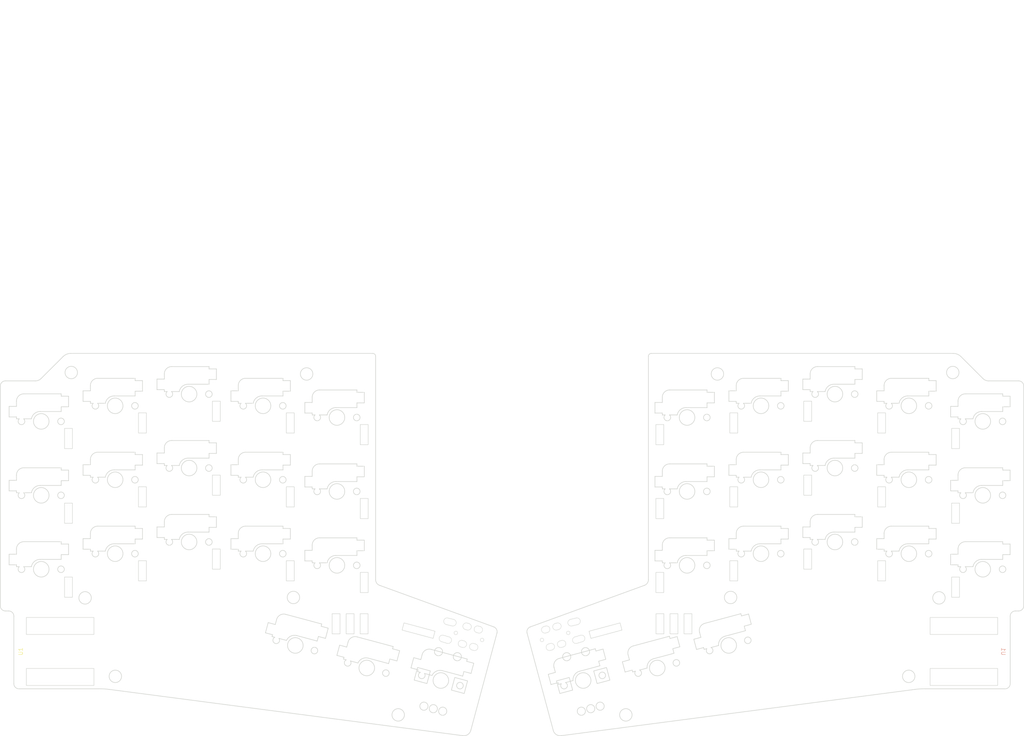
<source format=kicad_pcb>
(kicad_pcb (version 20221018) (generator pcbnew)
  (layers (0 "F.Cu" signal) (31 "B.Cu" signal) (34 "B.Paste" user) (35 "F.Paste" user) (36 "B.SilkS" user "B.Silkscreen") (37 "F.SilkS" user "F.Silkscreen") (38 "B.Mask" user) (39 "F.Mask" user) (44 "Edge.Cuts" user))
  (net 0 "")
  (net 1 "col2")
  (footprint "jw_custom_footprint:CherryMX_Hotswap_cutout_bottom" (layer "F.Cu") (at 47.316834 102.196322))
  (footprint "jw_custom_footprint:CherryMX_Hotswap_cutout_bottom" (layer "F.Cu") (at 47.316834 83.196722))
  (footprint "jw_custom_footprint:RotaryEncoder_Alps_EC11E-Switch_Vertical_H20mm_cutout_bottom" (layer "F.Cu") (at 131.01772 134.787834 165))
  (footprint "jw_custom_footprint:CherryMX_Hotswap_cutout_bottom" (layer "F.Cu") (at 232.2952 61.186362))
  (footprint "jw_custom_footprint:MountingHole_3.2mm_M3_cutout" (layer "F.Cu") (at 96.517661 56.008478))
  (footprint "jw_custom_footprint:Diode_SOD123_THT_2_cutout_small" (layer "F.Cu") (at 92.316434 87.596522 -90))
  (footprint "jw_custom_footprint:Diode_SOD123_THT_2_cutout_small" (layer "F.Cu") (at 111.316132 109.596922 90))
  (footprint "jw_custom_footprint:Diode_SOD123_THT_2_cutout_small" (layer "F.Cu") (at 73.316234 65.586362 90))
  (footprint "jw_custom_footprint:Diode_SOD123_THT_2_cutout_small" (layer "F.Cu") (at 111.316132 90.596922 90))
  (footprint "jw_custom_footprint:CherryMX_Hotswap_cutout_bottom" (layer "F.Cu") (at 167.593714 134.787834 15))
  (footprint "jw_custom_footprint:CherryMX_Hotswap_cutout_bottom" (layer "F.Cu") (at 93.614869 125.777067 -15))
  (footprint "jw_custom_footprint:CherryMX_Hotswap_cutout_bottom" (layer "F.Cu") (at 186.63459 131.572001 15))
  (footprint "jw_custom_footprint:CherryMX_Hotswap_cutout_bottom" (layer "F.Cu") (at 28.316634 68.195722))
  (footprint "jw_custom_footprint:CherryMX_Hotswap_cutout_bottom" (layer "F.Cu") (at 28.316634 87.196122))
  (footprint "jw_custom_footprint:CherryMX_Hotswap_cutout_bottom" (layer "F.Cu") (at 194.295302 105.196922))
  (footprint "jw_custom_footprint:MountingHole_3.2mm_M3_cutout" (layer "F.Cu") (at 93.126706 113.446928))
  (footprint "jw_custom_footprint:Diode_SOD123_THT_2_cutout_small" (layer "F.Cu") (at 111.287706 120.207928 90))
  (footprint "jw_custom_footprint:MountingHole_3.2mm_M3_cutout" (layer "F.Cu") (at 39.583506 113.551328))
  (footprint "jw_custom_footprint:CherryMX_Hotswap_cutout_bottom" (layer "F.Cu") (at 111.976844 131.572001 -15))
  (footprint "jw_custom_footprint:CherryMX_Hotswap_cutout_bottom" (layer "F.Cu") (at 66.316234 99.186522))
  (footprint "jw_custom_footprint:Xiao THT jumper pad_cutout" (layer "F.Cu") (at 265.585928 127.327528 -90))
  (footprint "jw_custom_footprint:MountingHole_3.2mm_M3_cutout" (layer "F.Cu") (at 120.050706 143.624928))
  (footprint "jw_custom_footprint:Diode_SOD123_THT_2_cutout_small" (layer "F.Cu") (at 54.316834 87.596722 -90))
  (footprint "jw_custom_footprint:CherryMX_Hotswap_cutout_bottom" (layer "F.Cu") (at 85.316434 64.196562))
  (footprint "jw_custom_footprint:CherryMX_Hotswap_cutout_bottom" (layer "F.Cu") (at 47.316834 64.197122))
  (footprint "jw_custom_footprint:Diode_SOD123_THT_2_cutout_small" (layer "F.Cu") (at 104.087706 120.207928 90))
  (footprint "jw_custom_footprint:Diode_SOD123_THT_2_cutout_small" (layer "F.Cu") (at 92.316434 68.596562 -90))
  (footprint "jw_custom_footprint:CherryMX_Hotswap_cutout_bottom" (layer "F.Cu") (at 104.316132 67.197122))
  (footprint "jw_custom_footprint:CherryMX_Hotswap_cutout_bottom" (layer "F.Cu") (at 194.295302 86.196922))
  (footprint "jw_custom_footprint:Diode_SOD123_THT_2_cutout_small" (layer "F.Cu") (at 73.316234 103.586522 90))
  (footprint "jw_custom_footprint:Hirose_DF13-06P-1.25DS_1x06_P1.25mm_Horizontal_cutout" (layer "F.Cu") (at 170.339292 122.839747 15))
  (footprint "jw_custom_footprint:CherryMX_Hotswap_cutout_bottom" (layer "F.Cu") (at 213.295 83.196522))
  (footprint "jw_custom_footprint:CherryMX_Hotswap_cutout_bottom" (layer "F.Cu") (at 213.295 102.196922))
  (footprint "jw_custom_footprint:Diode_SOD123_THT_2_cutout_small" (layer "F.Cu") (at 54.316834 106.596322 -90))
  (footprint "jw_custom_footprint:Diode_SOD123_THT_2_cutout_small" (layer "F.Cu") (at 73.316234 84.586322 90))
  (footprint "jw_custom_footprint:Diode_SOD123_THT_2_cutout_small" (layer "F.Cu") (at 35.316634 91.796122 90))
  (footprint "jw_custom_footprint:CherryMX_Hotswap_cutout_bottom" (layer "F.Cu") (at 85.316434 102.196922))
  (footprint "jw_custom_footprint:CherryMX_Hotswap_cutout_bottom" (layer "F.Cu") (at 251.2946 64.197122))
  (footprint "jw_custom_footprint:CherryMX_Hotswap_cutout_bottom" (layer "F.Cu") (at 270.2948 106.196522))
  (footprint "jw_custom_footprint:CherryMX_Hotswap_cutout_bottom" (layer "F.Cu") (at 232.2952 99.186522))
  (footprint "jw_custom_footprint:CherryMX_Hotswap_cutout_bottom" (layer "F.Cu") (at 251.2946 102.196322))
  (footprint "jw_custom_footprint:TRRS-PJ-DPB2_mod_cutout" (layer "F.Cu") (at 143.164706 124.778128 -105))
  (footprint "jw_custom_footprint:Diode_SOD123_THT_2_cutout_small" (layer "F.Cu") (at 35.316634 72.595722 90))
  (footprint "jw_custom_footprint:Diode_SOD123_THT_2_cutout_small" (layer "F.Cu") (at 107.687706 120.207928 90))
  (footprint "jw_custom_footprint:CherryMX_Hotswap_cutout_bottom" (layer "F.Cu") (at 131.01772 134.787834 -15))
  (footprint "jw_custom_footprint:CherryMX_Hotswap_cutout_bottom" (layer "F.Cu") (at 251.2946 83.196722))
  (footprint "jw_custom_footprint:CherryMX_Hotswap_cutout_bottom" (layer "F.Cu") (at 104.316132 105.196922))
  (footprint "jw_custom_footprint:CherryMX_Hotswap_cutout_bottom" (layer "F.Cu") (at 85.316434 83.196522))
  (footprint "jw_custom_footprint:Diode_SOD123_THT_2_cutout_small" (layer "F.Cu") (at 92.316434 106.596922 -90))
  (footprint "jw_custom_footprint:Diode_SOD123_THT_2_cutout_small" (layer "F.Cu") (at 111.316132 71.597122 90))
  (footprint "jw_custom_footprint:CherryMX_Hotswap_cutout_bottom" (layer "F.Cu") (at 213.295 64.196562))
  (footprint "jw_custom_footprint:Diode_SOD123_THT_2_cutout_small" (layer "F.Cu") (at 35.316634 110.796522 90))
  (footprint "jw_custom_footprint:CherryMX_Hotswap_cutout_bottom" (layer "F.Cu") (at 194.295302 67.197122))
  (footprint "jw_custom_footprint:CherryMX_Hotswap_cutout_bottom" (layer "F.Cu") (at 270.2948 68.195722))
  (footprint "jw_custom_footprint:CherryMX_Hotswap_cutout_bottom" (layer "F.Cu") (at 270.2948 87.196122))
  (footprint "jw_custom_footprint:MountingHole_3.2mm_M3_cutout" (layer "F.Cu") (at 47.355906 133.718928))
  (footprint "jw_custom_footprint:CherryMX_Hotswap_cutout_bottom" (layer "F.Cu") (at 104.316132 86.196922))
  (footprint "jw_custom_footprint:CherryMX_Hotswap_cutout_bottom" (layer "F.Cu") (at 232.2952 80.186322))
  (footprint "jw_custom_footprint:CherryMX_Hotswap_cutout_bottom" (layer "F.Cu") (at 204.996565 125.777067 15))
  (footprint "jw_custom_footprint:CherryMX_Hotswap_cutout_bottom" (layer "F.Cu") (at 66.316234 61.186362))
  (footprint "jw_custom_footprint:MountingHole_3.2mm_M3_cutout" (layer "F.Cu") (at 36.027506 55.639328))
  (footprint "jw_custom_footprint:CherryMX_Hotswap_cutout_bottom" (layer "F.Cu") (at 66.316234 80.186322))
  (footprint "jw_custom_footprint:Diode_SOD123_THT_2_cutout_small" (layer "F.Cu") (at 54.316834 68.597122 -90))
  (footprint "jw_custom_footprint:CherryMX_Hotswap_cutout_bottom" (layer "F.Cu") (at 28.316634 106.196522))
  (footprint "jw_custom_footprint:Diode_SOD123_THT_2_cutout_small" (layer "B.Cu") (at 206.295 106.596922 -90))
  (footprint "jw_custom_footprint:Diode_SOD123_THT_2_cutout_small" (layer "B.Cu") (at 194.523728 120.207928 90))
  (footprint "jw_custom_footprint:Diode_SOD123_THT_2_cutout_small" (layer "B.Cu") (at 187.295302 90.596922 90))
  (footprint "jw_custom_footprint:Diode_SOD123_THT_2_cutout_small" (layer "B.Cu") (at 263.2948 91.796122 90))
  (footprint "jw_custom_footprint:MountingHole_3.2mm_M3_cutout" (layer "B.Cu") (at 251.255528 133.718928 180))
  (footprint "jw_custom_footprint:Diode_SOD123_THT_2_cutout_small" (layer "B.Cu") (at 206.295 87.596522 -90))
  (footprint "jw_custom_footprint:Diode_SOD123_THT_2_cutout_small" (layer "B.Cu") (at 187.323728 120.207928 90))
  (footprint "jw_custom_footprint:Diode_SOD123_THT_2_cutout_small" (layer "B.Cu") (at 244.2946 87.596722 -90))
  (footprint "jw_custom_footprint:Diode_SOD123_THT_2_cutout_small" (layer "B.Cu") (at 225.2952 65.586362 90))
  (footprint "jw_custom_footprint:TRRS-PJ-DPB2_mod_cutout" (layer "B.Cu") (at 155.446728 124.778128 -75))
  (footprint "jw_custom_footprint:Diode_SOD123_THT_2_cutout_small" (layer "B.Cu") (at 190.923728 120.207928 90))
  (footprint "jw_custom_footprint:Diode_SOD123_THT_2_cutout_small" (layer "B.Cu") (at 263.2948 72.595722 90))
  (footprint "jw_custom_footprint:Diode_SOD123_THT_2_cutout_small" (layer "B.Cu") (at 244.2946 106.596322 -90))
  (footprint "jw_custom_footprint:Diode_SOD123_THT_2_cutout_small" (layer "B.Cu") (at 206.295 68.596562 -90))
  (footprint "jw_custom_footprint:Diode_SOD123_THT_2_cutout_small" (layer "B.Cu") (at 187.295302 109.596922 90))
  (footprint "jw_custom_footprint:Diode_SOD123_THT_2_cutout_small" (layer "B.Cu") (at 225.2952 103.586522 90))
  (footprint "jw_custom_footprint:Diode_SOD123_THT_2_cutout_small" (layer "B.Cu") (at 263.2948 110.796522 90))
  (footprint "jw_custom_footprint:MountingHole_3.2mm_M3_cutout" (layer "B.Cu") (at 202.093773 56.008478 180))
  (footprint "jw_custom_footprint:Xiao THT jumper pad_cutout" (layer "B.Cu") (at 33.025506 127.327528 -90))
  (footprint "jw_custom_footprint:Diode_SOD123_THT_2_cutout_small" (layer "B.Cu") (at 244.2946 68.597122 -90))
  (footprint "jw_custom_footprint:Diode_SOD123_THT_2_cutout_small" (layer "B.Cu") (at 187.295302 71.597122 90))
  (footprint "jw_custom_footprint:MountingHole_3.2mm_M3_cutout" (layer "B.Cu") (at 178.560728 143.624928 180))
  (footprint "jw_custom_footprint:Hirose_DF13-06P-1.25DS_1x06_P1.25mm_Horizontal_cutout" (layer "B.Cu") (at 128.272142 122.839747 165))
  (footprint "jw_custom_footprint:MountingHole_3.2mm_M3_cutout" (layer "B.Cu") (at 205.484728 113.446928 180))
  (footprint "jw_custom_footprint:Diode_SOD123_THT_2_cutout_small" (layer "B.Cu") (at 225.2952 84.586322 90))
  (footprint "jw_custom_footprint:MountingHole_3.2mm_M3_cutout" (layer "B.Cu") (at 262.583928 55.639328 180))
  (footprint "jw_custom_footprint:MountingHole_3.2mm_M3_cutout" (layer "B.Cu") (at 259.027928 113.551328 180))
  (footprint "jw_custom_footprint:RotaryEncoder_Alps_EC11E-Switch_Vertical_H20mm_cutout_bottom" (layer "B.Cu") (at 167.593714 134.787834 15))
  (gr_arc (start 17.790306 59.132528) (mid 18.17895 58.173701) (end 19.136506 57.781962) (stroke (width 0.15)) (layer "Edge.Cuts"))
  (gr_line (start 183.285128 110.350928) (end 153.973528 121.018928) (stroke (width 0.15)) (layer "Edge.Cuts"))
  (gr_arc (start 33.944706 51.524528) (mid 34.855638 50.927197) (end 35.925906 50.724428) (stroke (width 0.15)) (layer "Edge.Cuts"))
  (gr_line (start 280.820089 115.583328) (end 280.821128 59.132528) (stroke (width 0.15)) (layer "Edge.Cuts"))
  (gr_line (start 270.320428 57.167328) (end 264.666728 51.524528) (stroke (width 0.15)) (layer "Edge.Cuts"))
  (gr_line (start 136.611506 148.958928) (end 45.753002 137.071728) (stroke (width 0.15)) (layer "Edge.Cuts"))
  (gr_line (start 113.484501 50.724428) (end 35.925906 50.724428) (stroke (width 0.15)) (layer "Edge.Cuts"))
  (gr_arc (start 144.637906 121.018928) (mid 145.319927 121.633933) (end 145.450706 122.542928) (stroke (width 0.15)) (layer "Edge.Cuts"))
  (gr_line (start 33.944706 51.524528) (end 28.291006 57.167328) (stroke (width 0.15)) (layer "Edge.Cuts"))
  (gr_line (start 252.858432 137.071728) (end 161.999928 148.958928) (stroke (width 0.15)) (layer "Edge.Cuts"))
  (gr_arc (start 43.060602 136.919328) (mid 44.409506 136.947763) (end 45.753002 137.071728) (stroke (width 0.15)) (layer "Edge.Cuts"))
  (gr_arc (start 19.161906 116.917758) (mid 18.191252 116.543636) (end 17.791345 115.583328) (stroke (width 0.15)) (layer "Edge.Cuts"))
  (gr_arc (start 161.999928 148.958928) (mid 160.669436 148.677557) (end 159.891728 147.561928) (stroke (width 0.15)) (layer "Edge.Cuts"))
  (gr_line (start 138.719706 147.561928) (end 145.450706 122.542928) (stroke (width 0.15)) (layer "Edge.Cuts"))
  (gr_arc (start 277.340309 118.30403) (mid 277.721288 117.310032) (end 278.71087 116.917758) (stroke (width 0.15)) (layer "Edge.Cuts"))
  (gr_line (start 19.136506 57.781962) (end 26.767006 57.781962) (stroke (width 0.15)) (layer "Edge.Cuts"))
  (gr_line (start 275.995128 136.919328) (end 255.550832 136.919328) (stroke (width 0.15)) (layer "Edge.Cuts"))
  (gr_line (start 279.449528 116.917758) (end 278.71087 116.917758) (stroke (width 0.15)) (layer "Edge.Cuts"))
  (gr_arc (start 277.340309 135.547728) (mid 276.967152 136.527194) (end 275.995128 136.919328) (stroke (width 0.15)) (layer "Edge.Cuts"))
  (gr_arc (start 280.820089 115.583328) (mid 280.420165 116.543618) (end 279.449528 116.917758) (stroke (width 0.15)) (layer "Edge.Cuts"))
  (gr_arc (start 184.355266 51.473728) (mid 184.580535 50.933729) (end 185.126933 50.724428) (stroke (width 0.15)) (layer "Edge.Cuts"))
  (gr_arc (start 184.355266 108.864776) (mid 184.065117 109.784217) (end 183.285128 110.350928) (stroke (width 0.15)) (layer "Edge.Cuts"))
  (gr_line (start 21.271125 118.30403) (end 21.271125 135.547728) (stroke (width 0.15)) (layer "Edge.Cuts"))
  (gr_arc (start 115.326306 110.350928) (mid 114.546336 109.784204) (end 114.256168 108.864776) (stroke (width 0.15)) (layer "Edge.Cuts"))
  (gr_line (start 43.060602 136.919328) (end 22.616306 136.919328) (stroke (width 0.15)) (layer "Edge.Cuts"))
  (gr_arc (start 113.484501 50.724428) (mid 114.030917 50.93371) (end 114.256168 51.473728) (stroke (width 0.15)) (layer "Edge.Cuts"))
  (gr_line (start 271.844428 57.781962) (end 279.474928 57.781962) (stroke (width 0.15)) (layer "Edge.Cuts"))
  (gr_arc (start 262.685528 50.724428) (mid 263.755786 50.927222) (end 264.666728 51.524528) (stroke (width 0.15)) (layer "Edge.Cuts"))
  (gr_line (start 153.160728 122.542928) (end 159.891728 147.561928) (stroke (width 0.15)) (layer "Edge.Cuts"))
  (gr_line (start 144.637906 121.018928) (end 115.326306 110.350928) (stroke (width 0.15)) (layer "Edge.Cuts"))
  (gr_arc (start 138.719706 147.561928) (mid 137.942041 148.67762) (end 136.611506 148.958928) (stroke (width 0.15)) (layer "Edge.Cuts"))
  (gr_line (start 184.355266 108.864776) (end 184.355266 51.473728) (stroke (width 0.15)) (layer "Edge.Cuts"))
  (gr_arc (start 28.291006 57.167328) (mid 27.594697 57.637521) (end 26.767006 57.781962) (stroke (width 0.15)) (layer "Edge.Cuts"))
  (gr_line (start 262.685528 50.724428) (end 185.126933 50.724428) (stroke (width 0.15)) (layer "Edge.Cuts"))
  (gr_arc (start 279.474928 57.781962) (mid 280.432464 58.17372) (end 280.821128 59.132528) (stroke (width 0.15)) (layer "Edge.Cuts"))
  (gr_line (start 277.340309 135.547728) (end 277.340309 118.30403) (stroke (width 0.15)) (layer "Edge.Cuts"))
  (gr_line (start 114.256168 51.473728) (end 114.256168 108.864776) (stroke (width 0.15)) (layer "Edge.Cuts"))
  (gr_line (start 17.790306 59.132528) (end 17.791345 115.583328) (stroke (width 0.15)) (layer "Edge.Cuts"))
  (gr_line (start 19.900564 116.917758) (end 19.161906 116.917758) (stroke (width 0.15)) (layer "Edge.Cuts"))
  (gr_arc (start 153.160728 122.542928) (mid 153.291519 121.633939) (end 153.973528 121.018928) (stroke (width 0.15)) (layer "Edge.Cuts"))
  (gr_arc (start 271.844428 57.781962) (mid 271.016728 57.637543) (end 270.320428 57.167328) (stroke (width 0.15)) (layer "Edge.Cuts"))
  (gr_arc (start 22.616306 136.919328) (mid 21.644283 136.527193) (end 21.271125 135.547728) (stroke (width 0.15)) (layer "Edge.Cuts"))
  (gr_arc (start 252.858432 137.071728) (mid 254.201928 136.947763) (end 255.550832 136.919328) (stroke (width 0.15)) (layer "Edge.Cuts"))
  (gr_arc (start 19.900564 116.917758) (mid 20.890126 117.310052) (end 21.271125 118.30403) (stroke (width 0.15)) (layer "Edge.Cuts"))
)
</source>
